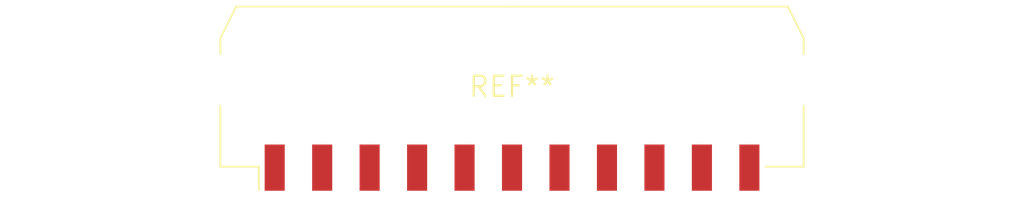
<source format=kicad_pcb>
(kicad_pcb (version 20240108) (generator pcbnew)
  (layers (0 "F.Cu" signal) (31 "B.Cu" signal) (34 "B.Paste" user) (35 "F.Paste" user) (36 "B.SilkS" user "B.Silkscreen") (37 "F.SilkS" user "F.Silkscreen") (38 "B.Mask" user) (39 "F.Mask" user) (44 "Edge.Cuts" user))
  (net 0 "")
  (footprint "Molex_Micro-Fit_3.0_43650-1110_1x11-1MP_P3.00mm_Horizontal" (layer "F.Cu") (at 0 0)
    (property "Reference" "REF**")
    (property "Value" "Molex_Micro-Fit_3.0_43650-1110_1x11-1MP_P3.00mm_Horizontal")
    (fp_line (start -18.435 -3.06) (end -18.435 -2.075) (layer "F.SilkS") (stroke (width 0.12)))
    (fp_line (start -18.435 1.225) (end -18.435 5.06) (layer "F.SilkS") (stroke (width 0.12)))
    (fp_line (start -18.435 5.06) (end -16.005 5.06) (layer "F.SilkS") (stroke (width 0.12)))
    (fp_line (start -17.435 -5.06) (end -18.435 -3.06) (layer "F.SilkS") (stroke (width 0.12)))
    (fp_line (start -16.005 5.06) (end -16.005 6.52) (layer "F.SilkS") (stroke (width 0.12)))
    (fp_line (start 0 -5.06) (end -17.435 -5.06) (layer "F.SilkS") (stroke (width 0.12)))
    (fp_line (start 0 -5.06) (end 17.435 -5.06) (layer "F.SilkS") (stroke (width 0.12)))
    (fp_line (start 17.435 -5.06) (end 18.435 -3.06) (layer "F.SilkS") (stroke (width 0.12)))
    (fp_line (start 18.435 -3.06) (end 18.435 -2.075) (layer "F.SilkS") (stroke (width 0.12)))
    (fp_line (start 18.435 1.225) (end 18.435 5.06) (layer "F.SilkS") (stroke (width 0.12)))
    (fp_line (start 18.435 5.06) (end 16.005 5.06) (layer "F.SilkS") (stroke (width 0.12)))
    (pad "1" smd rect (at -15 5.12) (size 1.27 2.92) (layers "F.Cu" "F.Paste" "F.Mask"))
    (pad "2" smd rect (at -12 5.12) (size 1.27 2.92) (layers "F.Cu" "F.Paste" "F.Mask"))
    (pad "3" smd rect (at -9 5.12) (size 1.27 2.92) (layers "F.Cu" "F.Paste" "F.Mask"))
    (pad "4" smd rect (at -6 5.12) (size 1.27 2.92) (layers "F.Cu" "F.Paste" "F.Mask"))
    (pad "5" smd rect (at -3 5.12) (size 1.27 2.92) (layers "F.Cu" "F.Paste" "F.Mask"))
    (pad "6" smd rect (at 0 5.12) (size 1.27 2.92) (layers "F.Cu" "F.Paste" "F.Mask"))
    (pad "7" smd rect (at 3 5.12) (size 1.27 2.92) (layers "F.Cu" "F.Paste" "F.Mask"))
    (pad "8" smd rect (at 6 5.12) (size 1.27 2.92) (layers "F.Cu" "F.Paste" "F.Mask"))
    (pad "9" smd rect (at 9 5.12) (size 1.27 2.92) (layers "F.Cu" "F.Paste" "F.Mask"))
    (pad "10" smd rect (at 12 5.12) (size 1.27 2.92) (layers "F.Cu" "F.Paste" "F.Mask"))
    (pad "11" smd rect (at 15 5.12) (size 1.27 2.92) (layers "F.Cu" "F.Paste" "F.Mask"))
    (pad "MP" thru_hole circle (at -17.15 -0.35) (size 2.71 2.71) (drill 2.41) (layers *.Cu *.Mask) (remove_unused_layers))
    (pad "MP" thru_hole circle (at 17.15 -0.35) (size 2.71 2.71) (drill 2.41) (layers *.Cu *.Mask) (remove_unused_layers))
  )
)
</source>
